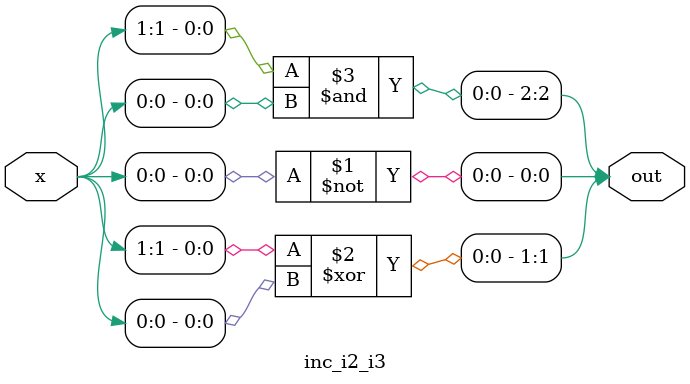
<source format=sv>
`timescale 1ns / 1ps

module inc_i9_o9(a, out);
//Sklansky AND-prefix structure
    input[8:0] a;
    output[8:0] out;
    wire[11:0] b;

    assign b[0] = a[1]&a[2];
    assign b[1] = a[3]&a[4];
    assign b[2] = a[5]&a[6];
    assign b[3] = a[0]&a[1];
    assign b[4] = a[0]&b[0];
    assign b[5] = a[5]&b[1];
    assign b[6] = b[2]&b[1];
    assign b[7] = a[3]&b[4];
    assign b[8] = b[1]&b[4];
    assign b[9] = b[4]&b[5];
    assign b[10] = b[4]&b[6];
    assign b[11] = b[10]&a[7];

    assign out[0] = ~a[0];
    assign out[1] = a[1]^a[0];
    assign out[2] = a[2]^b[3];
    assign out[3] = a[3]^b[4];
    assign out[4] = a[4]^b[7];
    assign out[5] = a[5]^b[8];
    assign out[6] = a[6]^b[9];
    assign out[7] = a[7]^b[10];
    assign out[8] = a[8]^b[11];

endmodule // inc_i9_o9

module inc_i8_o8(a, out);
//Sklansky AND-prefix structure
    input[7:0] a;
    output[7:0] out;
    wire[10:0] b;

    assign b[0] = a[1]&a[2];
    assign b[1] = a[3]&a[4];
    assign b[2] = a[5]&a[6];
    assign b[3] = a[0]&a[1];
    assign b[4] = a[0]&b[0];
    assign b[5] = a[5]&b[1];
    assign b[6] = b[2]&b[1];
    assign b[7] = a[3]&b[4];
    assign b[8] = b[1]&b[4];
    assign b[9] = b[4]&b[5];
    assign b[10] = b[4]&b[6];
    assign out[0] = ~a[0];
    assign out[1] = a[1]^a[0];
    assign out[2] = a[2]^b[3];
    assign out[3] = a[3]^b[4];
    assign out[4] = a[4]^b[7];
    assign out[5] = a[5]^b[8];
    assign out[6] = a[6]^b[9];
    assign out[7] = a[7]^b[10];

endmodule // inc_i8_o8

module inc_i7_o7 (x, out);
    input [6:0] x;
    output [6:0] out;
    wire [9:0] b;

    assign b[0] = x[1] & x[2];
    assign b[1] = x[3] & x[4];
    assign b[2] = x[5] & x[6];
    assign b[3] = x[0] & x[1];
    assign b[4] = x[0] & b[0];
    assign b[5] = x[5] & b[1];
    assign b[6] = b[2] & b[1];
    assign b[7] = x[3] & b[4];
    assign b[8] = b[1] & b[4];
    assign b[9] = b[4] & b[5];

    assign #0.1 out[0] = ~x[0];
    assign #0.1 out[1] = x[1] ^ x[0];
    assign #0.1 out[2] = x[2] ^ b[3];
    assign #0.1 out[3] = x[3] ^ b[4];
    assign #0.1 out[4] = x[4] ^ b[7];
    assign #0.1 out[5] = x[5] ^ b[8];
    assign #0.1 out[6] = x[6] ^ b[9];

endmodule // inc_i7_o7

module inc_i2_i3 (x, out);
    input [1:0] x;
    output [2:0] out;

    assign #0.1 out[0] = ~x[0];
    assign #0.1 out[1] = x[1] ^ x[0];
    assign #0.1 out[2] = x[1] & x[0];

endmodule // inc_i2_i3

</source>
